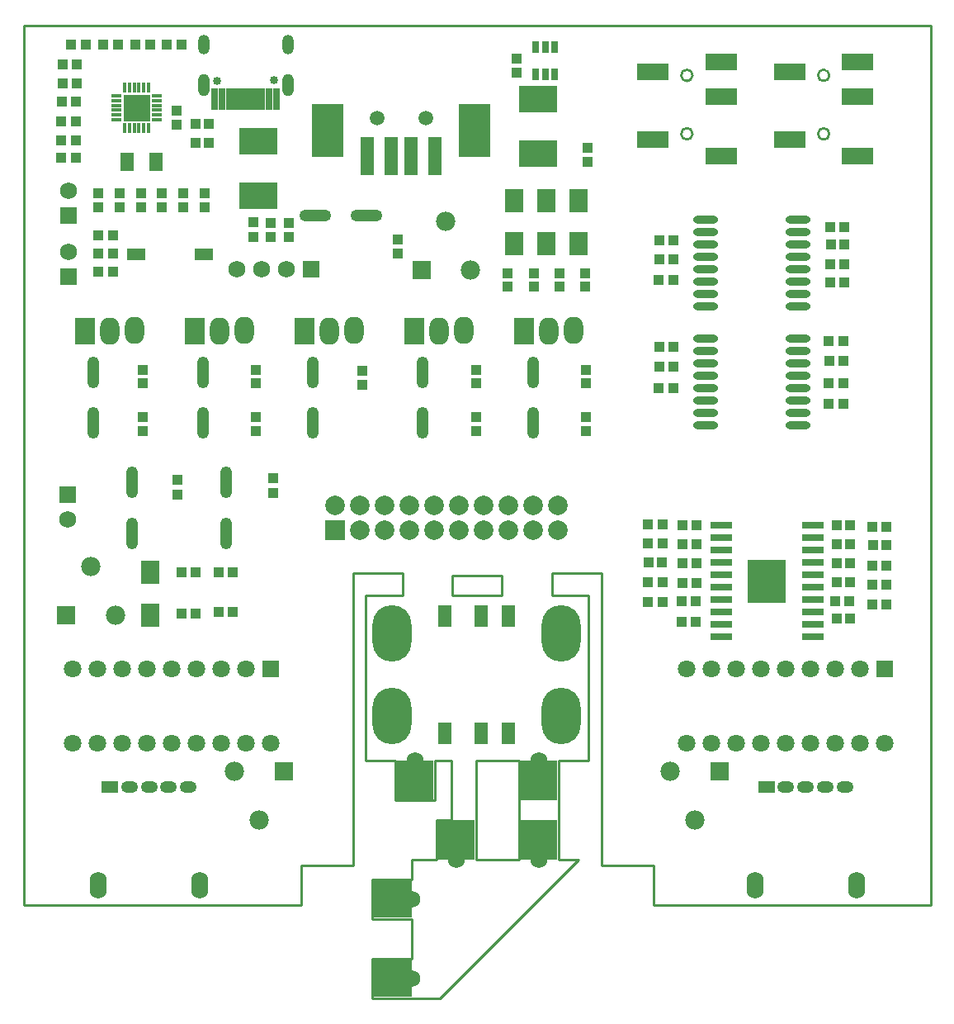
<source format=gts>
G04*
G04 #@! TF.GenerationSoftware,Altium Limited,Altium Designer,20.2.6 (244)*
G04*
G04 Layer_Color=8388736*
%FSLAX24Y24*%
%MOIN*%
G70*
G04*
G04 #@! TF.SameCoordinates,939C5B67-7932-4E13-932B-422522EE1AF6*
G04*
G04*
G04 #@! TF.FilePolarity,Negative*
G04*
G01*
G75*
%ADD10C,0.0100*%
%ADD43R,0.1500X0.1600*%
%ADD44R,0.1600X0.1500*%
%ADD45R,0.1280X0.0680*%
%ADD46R,0.0580X0.0880*%
%ADD47R,0.0555X0.0750*%
%ADD48R,0.0434X0.0395*%
%ADD49R,0.0395X0.0434*%
%ADD50R,0.0398X0.0420*%
%ADD51O,0.1025X0.0306*%
%ADD52R,0.0552X0.1576*%
%ADD53R,0.1261X0.2167*%
%ADD54R,0.0400X0.0400*%
%ADD55R,0.0749X0.0940*%
%ADD56O,0.0480X0.1280*%
%ADD57R,0.1084X0.1084*%
%ADD58R,0.0170X0.0410*%
%ADD59R,0.0410X0.0170*%
%ADD60R,0.0420X0.0398*%
%ADD61R,0.1576X0.1064*%
%ADD62R,0.0316X0.0880*%
%ADD63R,0.0198X0.0880*%
%ADD64O,0.1280X0.0480*%
%ADD65R,0.0780X0.0480*%
%ADD66R,0.0297X0.0474*%
%ADD67R,0.1580X0.1781*%
%ADD68R,0.0867X0.0316*%
%ADD69C,0.0680*%
%ADD70O,0.1580X0.2280*%
%ADD71R,0.0789X0.1104*%
%ADD72O,0.0789X0.1104*%
%ADD73R,0.0789X0.0789*%
%ADD74C,0.0789*%
%ADD75C,0.0592*%
%ADD76R,0.0680X0.0680*%
%ADD77R,0.0710X0.0710*%
%ADD78C,0.0710*%
%ADD79R,0.0680X0.0680*%
%ADD80O,0.0680X0.0480*%
%ADD81R,0.0680X0.0480*%
%ADD82O,0.0680X0.1080*%
%ADD83C,0.0780*%
%ADD84R,0.0780X0.0780*%
%ADD85C,0.0336*%
%ADD86O,0.0474X0.0907*%
%ADD87O,0.0474X0.0789*%
D10*
X55030Y51110D02*
G03*
X55030Y51110I-230J0D01*
G01*
Y48750D02*
G03*
X55030Y48750I-230J0D01*
G01*
X49505D02*
G03*
X49505Y48750I-230J0D01*
G01*
Y51110D02*
G03*
X49505Y51110I-230J0D01*
G01*
X38170Y13853D02*
X39303D01*
X38170Y19456D02*
X39170Y19460D01*
X39800Y30930D02*
X41800D01*
X39770Y21060D02*
Y23460D01*
X39110D02*
X39770D01*
X39170Y21060D02*
X39770D01*
X40770D02*
Y23460D01*
X44110Y21060D02*
Y21860D01*
X42510Y21060D02*
Y21860D01*
X40770Y23460D02*
X42510D01*
X43820Y30130D02*
Y31030D01*
X41800Y30130D02*
Y30930D01*
X39800Y30130D02*
Y30930D01*
X37800Y30130D02*
Y31030D01*
X36310Y30130D02*
X37800D01*
X43820Y31030D02*
X45820D01*
X43820Y30130D02*
X45310D01*
X39800D02*
X41800D01*
X35800Y31030D02*
X37800D01*
X39303Y13853D02*
X44910Y19460D01*
X36570Y13853D02*
X38170D01*
X36570D02*
Y15453D01*
Y17053D02*
Y18653D01*
Y15453D02*
X38170D01*
X36570Y17053D02*
X38170D01*
X36570Y18653D02*
X38170D01*
Y15453D02*
Y17053D01*
Y18653D02*
Y19453D01*
X39170Y19460D02*
Y21060D01*
X40770Y19460D02*
Y21060D01*
Y19460D02*
X42510D01*
X44110D02*
X44910D01*
X42510D02*
Y21060D01*
X44110Y19460D02*
Y21060D01*
X37510Y21860D02*
X39110D01*
X44110D02*
Y23460D01*
X42510Y21860D02*
Y23460D01*
X37510Y21860D02*
Y23460D01*
X39110Y21860D02*
Y23460D01*
X44110D02*
X45310D01*
X36310D02*
X37510D01*
X36310D02*
Y30130D01*
X45310Y23460D02*
Y30130D01*
X45820Y19220D02*
Y31030D01*
X35800Y19220D02*
Y31030D01*
X45820Y19220D02*
X47920D01*
X33700D02*
X35800D01*
X47920Y17620D02*
Y19220D01*
X33700Y17620D02*
Y19220D01*
X47920Y17620D02*
X59120D01*
X22500D02*
X33700D01*
X22500D02*
Y53120D01*
X59120D01*
Y17620D02*
Y53120D01*
D43*
X43310Y20260D02*
D03*
X39970D02*
D03*
X43310Y22660D02*
D03*
X38310D02*
D03*
D44*
X37370Y14653D02*
D03*
Y17853D02*
D03*
D45*
X56175Y51660D02*
D03*
X53425Y51260D02*
D03*
X56175Y50240D02*
D03*
Y47840D02*
D03*
X53425Y48510D02*
D03*
X47900D02*
D03*
X50650Y47840D02*
D03*
Y50240D02*
D03*
X47900Y51260D02*
D03*
X50650Y51660D02*
D03*
D46*
X42060Y29300D02*
D03*
X39500D02*
D03*
X40960D02*
D03*
X42060Y24560D02*
D03*
X39500D02*
D03*
X40960D02*
D03*
D47*
X27832Y47623D02*
D03*
X26668D02*
D03*
D48*
X28650Y49676D02*
D03*
Y49124D02*
D03*
X40750Y38677D02*
D03*
Y39228D02*
D03*
X27300Y38674D02*
D03*
Y39226D02*
D03*
X45200Y38677D02*
D03*
Y39228D02*
D03*
X42048Y43126D02*
D03*
Y42574D02*
D03*
X43084Y43126D02*
D03*
Y42574D02*
D03*
X36150Y39176D02*
D03*
Y38624D02*
D03*
X27220Y46350D02*
D03*
Y45799D02*
D03*
X28080Y46350D02*
D03*
Y45799D02*
D03*
X28940Y46350D02*
D03*
Y45799D02*
D03*
X29800Y46350D02*
D03*
Y45799D02*
D03*
X33200Y45150D02*
D03*
Y44599D02*
D03*
X32450Y45150D02*
D03*
Y44599D02*
D03*
X40750Y37303D02*
D03*
Y36752D02*
D03*
X26360Y46350D02*
D03*
Y45799D02*
D03*
X25500Y46350D02*
D03*
Y45799D02*
D03*
X31850Y38677D02*
D03*
Y39228D02*
D03*
Y37303D02*
D03*
Y36752D02*
D03*
X42400Y51224D02*
D03*
Y51776D02*
D03*
X45250Y48176D02*
D03*
Y47624D02*
D03*
X27300Y37303D02*
D03*
Y36752D02*
D03*
X45200Y37303D02*
D03*
Y36752D02*
D03*
X45157Y43126D02*
D03*
Y42574D02*
D03*
X44121Y43126D02*
D03*
Y42574D02*
D03*
D49*
X29976Y49150D02*
D03*
X29424D02*
D03*
X29976Y48400D02*
D03*
X29424D02*
D03*
X24046Y50052D02*
D03*
X24598D02*
D03*
X55597Y39592D02*
D03*
X55046D02*
D03*
X55096Y44292D02*
D03*
X55647D02*
D03*
X48168Y39347D02*
D03*
X48719D02*
D03*
X48726Y40150D02*
D03*
X48174D02*
D03*
X48168Y43672D02*
D03*
X48719D02*
D03*
X48726Y44450D02*
D03*
X48174D02*
D03*
X29426Y31050D02*
D03*
X28874D02*
D03*
X49102Y31406D02*
D03*
X49654D02*
D03*
X49102Y30635D02*
D03*
X49654D02*
D03*
X55873Y31409D02*
D03*
X55322D02*
D03*
X55873Y30637D02*
D03*
X55322D02*
D03*
X55873Y32180D02*
D03*
X55322D02*
D03*
X55873Y32952D02*
D03*
X55322D02*
D03*
X49102Y32950D02*
D03*
X49654D02*
D03*
X49102Y32178D02*
D03*
X49654D02*
D03*
X55324Y29200D02*
D03*
X55876D02*
D03*
X57347Y32154D02*
D03*
X56796D02*
D03*
X49626Y29050D02*
D03*
X49074D02*
D03*
X48276Y31467D02*
D03*
X47724D02*
D03*
D50*
X24053Y51550D02*
D03*
X24647D02*
D03*
X24053Y50780D02*
D03*
X24647D02*
D03*
X24597Y49250D02*
D03*
X24003D02*
D03*
X55600Y37850D02*
D03*
X55007D02*
D03*
X55597Y38700D02*
D03*
X55003D02*
D03*
Y40400D02*
D03*
X55597D02*
D03*
X55053Y42750D02*
D03*
X55647D02*
D03*
Y43500D02*
D03*
X55053D02*
D03*
Y45000D02*
D03*
X55647D02*
D03*
X48125Y38500D02*
D03*
X48719D02*
D03*
X48125Y42850D02*
D03*
X48719D02*
D03*
X30947Y29450D02*
D03*
X30353D02*
D03*
X30947Y31050D02*
D03*
X30353D02*
D03*
X28853Y29400D02*
D03*
X29447D02*
D03*
X24597Y48500D02*
D03*
X24003D02*
D03*
X26093Y44650D02*
D03*
X25500D02*
D03*
X26093Y43925D02*
D03*
X25500D02*
D03*
X24000Y47800D02*
D03*
X24593D02*
D03*
X26093Y43200D02*
D03*
X25500D02*
D03*
X56753Y32900D02*
D03*
X57347D02*
D03*
X47703Y33000D02*
D03*
X48297D02*
D03*
X56753Y31325D02*
D03*
X57347D02*
D03*
X47703Y32213D02*
D03*
X48297D02*
D03*
X55847Y29900D02*
D03*
X55253D02*
D03*
X49053D02*
D03*
X49647D02*
D03*
X47703Y30638D02*
D03*
X48297D02*
D03*
X57347Y30538D02*
D03*
X56753D02*
D03*
X48297Y29850D02*
D03*
X47703D02*
D03*
X56753Y29750D02*
D03*
X57347D02*
D03*
D51*
X53770Y37000D02*
D03*
Y37500D02*
D03*
Y38000D02*
D03*
Y38500D02*
D03*
Y39000D02*
D03*
Y39500D02*
D03*
Y40000D02*
D03*
Y40500D02*
D03*
X50030Y37000D02*
D03*
Y37500D02*
D03*
Y38000D02*
D03*
Y38500D02*
D03*
Y39000D02*
D03*
Y39500D02*
D03*
Y40000D02*
D03*
Y40500D02*
D03*
X53770Y41800D02*
D03*
Y42300D02*
D03*
Y42800D02*
D03*
Y43300D02*
D03*
Y43800D02*
D03*
Y44300D02*
D03*
Y44800D02*
D03*
Y45300D02*
D03*
X50030Y41800D02*
D03*
Y42300D02*
D03*
Y42800D02*
D03*
Y43300D02*
D03*
Y43800D02*
D03*
Y44300D02*
D03*
Y44800D02*
D03*
Y45300D02*
D03*
D52*
X36358Y47865D02*
D03*
X37342Y47864D02*
D03*
X38130D02*
D03*
X39114D02*
D03*
D53*
X40687Y48888D02*
D03*
X34781Y48888D02*
D03*
D54*
X28850Y52350D02*
D03*
X28250D02*
D03*
X27000D02*
D03*
X27600D02*
D03*
X25700D02*
D03*
X26300D02*
D03*
X24400D02*
D03*
X25000D02*
D03*
D55*
X27600Y31066D02*
D03*
Y29334D02*
D03*
X42300Y46066D02*
D03*
Y44334D02*
D03*
X43607D02*
D03*
Y46066D02*
D03*
X44900D02*
D03*
Y44334D02*
D03*
D56*
X25300Y39130D02*
D03*
Y37070D02*
D03*
X34175D02*
D03*
Y39130D02*
D03*
X30650Y34680D02*
D03*
Y32620D02*
D03*
X26850Y34680D02*
D03*
Y32620D02*
D03*
X38612Y37070D02*
D03*
Y39130D02*
D03*
X29738Y37070D02*
D03*
Y39130D02*
D03*
X43050D02*
D03*
Y37070D02*
D03*
D57*
X27050Y49800D02*
D03*
D58*
X26558Y50631D02*
D03*
X26755D02*
D03*
X26952D02*
D03*
X27148D02*
D03*
X27345D02*
D03*
X27542D02*
D03*
Y48969D02*
D03*
X27345D02*
D03*
X27148D02*
D03*
X26952D02*
D03*
X26755D02*
D03*
X26558D02*
D03*
D59*
X27881Y50292D02*
D03*
Y50095D02*
D03*
Y49898D02*
D03*
Y49702D02*
D03*
Y49505D02*
D03*
Y49308D02*
D03*
X26219D02*
D03*
Y49505D02*
D03*
Y49702D02*
D03*
Y49898D02*
D03*
Y50095D02*
D03*
Y50292D02*
D03*
D60*
X32550Y34847D02*
D03*
Y34253D02*
D03*
X28700Y34793D02*
D03*
Y34200D02*
D03*
X31750Y44578D02*
D03*
Y45171D02*
D03*
X37600Y43903D02*
D03*
Y44497D02*
D03*
D61*
X31950Y48452D02*
D03*
Y46248D02*
D03*
X43250Y50152D02*
D03*
Y47948D02*
D03*
D62*
X32710Y50161D02*
D03*
X30190D02*
D03*
X32395D02*
D03*
X30505D02*
D03*
D63*
X32139D02*
D03*
X31942D02*
D03*
X31745D02*
D03*
X31155D02*
D03*
X30958D02*
D03*
X30761D02*
D03*
X31548D02*
D03*
X31352D02*
D03*
D64*
X36330Y45450D02*
D03*
X34270D02*
D03*
D65*
X27022Y43900D02*
D03*
X29778D02*
D03*
D66*
X43176Y51149D02*
D03*
X43550D02*
D03*
X43924D02*
D03*
Y52251D02*
D03*
X43550D02*
D03*
X43176D02*
D03*
D67*
X52500Y30700D02*
D03*
D68*
X54350Y32950D02*
D03*
Y32450D02*
D03*
Y31950D02*
D03*
Y31450D02*
D03*
Y30950D02*
D03*
Y30450D02*
D03*
Y29950D02*
D03*
Y29450D02*
D03*
Y28950D02*
D03*
Y28450D02*
D03*
X50650Y28450D02*
D03*
Y28950D02*
D03*
Y29450D02*
D03*
Y29950D02*
D03*
Y30450D02*
D03*
Y30950D02*
D03*
Y31450D02*
D03*
Y31950D02*
D03*
Y32450D02*
D03*
Y32950D02*
D03*
D69*
X43310Y19460D02*
D03*
X39970D02*
D03*
X43310Y23460D02*
D03*
X38170Y14653D02*
D03*
Y17853D02*
D03*
X38310Y23460D02*
D03*
X32100Y43300D02*
D03*
X31100D02*
D03*
X33100D02*
D03*
X24250Y33200D02*
D03*
X24300Y44000D02*
D03*
Y46450D02*
D03*
D70*
X37350Y28600D02*
D03*
X44200D02*
D03*
Y25260D02*
D03*
X37350D02*
D03*
D71*
X24950Y40798D02*
D03*
X29388D02*
D03*
X33825D02*
D03*
X38263D02*
D03*
X42700D02*
D03*
D72*
X26950Y40802D02*
D03*
X25950Y40798D02*
D03*
X30387D02*
D03*
X31388Y40802D02*
D03*
X34825Y40798D02*
D03*
X35825Y40802D02*
D03*
X40262D02*
D03*
X39262Y40798D02*
D03*
X44700Y40802D02*
D03*
X43700Y40798D02*
D03*
D73*
X35050Y32750D02*
D03*
D74*
Y33750D02*
D03*
X36050Y32750D02*
D03*
Y33750D02*
D03*
X37050Y32750D02*
D03*
Y33750D02*
D03*
X38050Y32750D02*
D03*
Y33750D02*
D03*
X39050Y32750D02*
D03*
Y33750D02*
D03*
X40050Y32750D02*
D03*
Y33750D02*
D03*
X41050Y32750D02*
D03*
Y33750D02*
D03*
X42050Y32750D02*
D03*
Y33750D02*
D03*
X43050Y32750D02*
D03*
Y33750D02*
D03*
X44050Y32750D02*
D03*
Y33750D02*
D03*
D75*
X38719Y49400D02*
D03*
X36750D02*
D03*
D76*
X34100Y43300D02*
D03*
D77*
X57250Y27150D02*
D03*
X32450D02*
D03*
D78*
X56250D02*
D03*
X55250D02*
D03*
X54250D02*
D03*
X53250D02*
D03*
X52250D02*
D03*
X51250D02*
D03*
X50250D02*
D03*
X57250Y24150D02*
D03*
X56250D02*
D03*
X49250Y27150D02*
D03*
Y24150D02*
D03*
X50250D02*
D03*
X51250D02*
D03*
X52250D02*
D03*
X53250D02*
D03*
X54250D02*
D03*
X55250D02*
D03*
X31450Y27150D02*
D03*
X30450D02*
D03*
X29450D02*
D03*
X28450D02*
D03*
X27450D02*
D03*
X26450D02*
D03*
X25450D02*
D03*
X32450Y24150D02*
D03*
X31450D02*
D03*
X24450Y27150D02*
D03*
Y24150D02*
D03*
X25450D02*
D03*
X26450D02*
D03*
X27450D02*
D03*
X28450D02*
D03*
X29450D02*
D03*
X30450D02*
D03*
D79*
X24250Y34200D02*
D03*
X24300Y43000D02*
D03*
Y45450D02*
D03*
D80*
X28340Y22400D02*
D03*
X27550D02*
D03*
X26760D02*
D03*
X29130D02*
D03*
X55650D02*
D03*
X53280D02*
D03*
X54070D02*
D03*
X54860D02*
D03*
D81*
X25970D02*
D03*
X52490D02*
D03*
D82*
X25500Y18420D02*
D03*
X29600D02*
D03*
X56120D02*
D03*
X52020D02*
D03*
D83*
X25195Y31285D02*
D03*
X26185Y29315D02*
D03*
X32005Y21065D02*
D03*
X31015Y23035D02*
D03*
X49605Y21065D02*
D03*
X48615Y23035D02*
D03*
X39545Y45235D02*
D03*
X40535Y43265D02*
D03*
D84*
X24215Y29315D02*
D03*
X32985Y23035D02*
D03*
X50585D02*
D03*
X38565Y43265D02*
D03*
D85*
X32592Y50902D02*
D03*
X30308Y50898D02*
D03*
D86*
X33151Y50705D02*
D03*
X29749D02*
D03*
D87*
X33151Y52339D02*
D03*
X29749D02*
D03*
M02*

</source>
